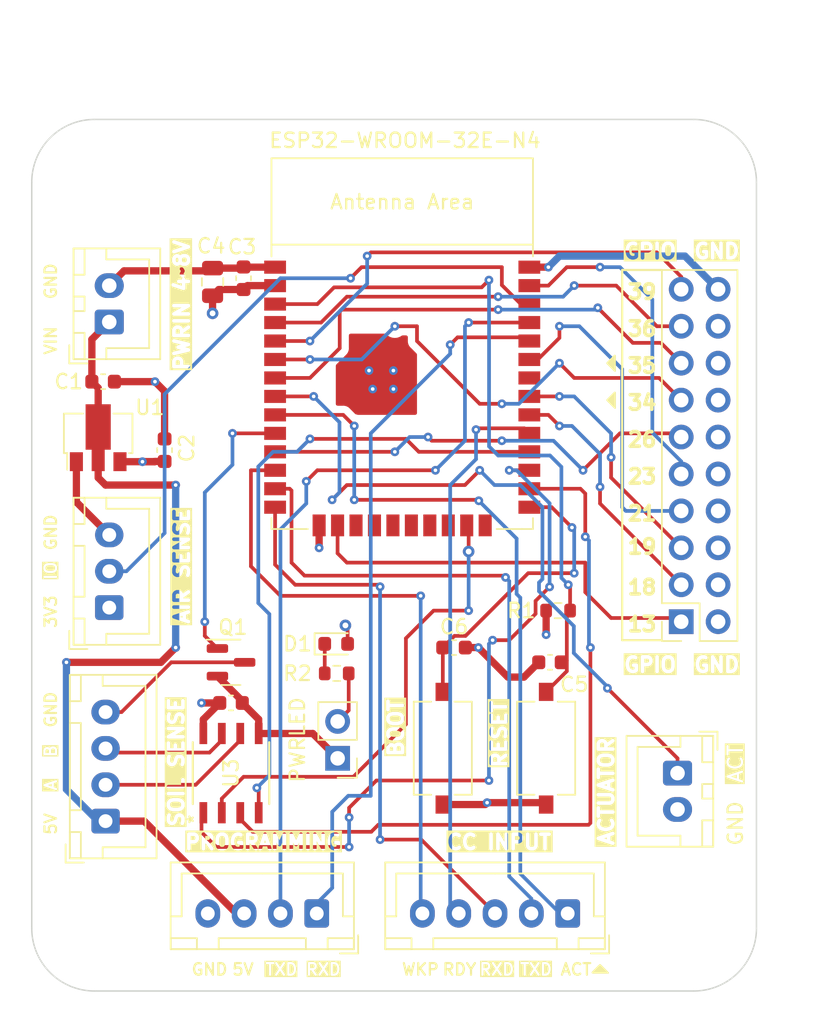
<source format=kicad_pcb>
(kicad_pcb (version 20221018) (generator pcbnew)
  (layers (0 "F.Cu" signal) (1 "In1.Cu" power "GND") (2 "In2.Cu" power "PWR") (31 "B.Cu" signal) (34 "B.Paste" user) (35 "F.Paste" user) (36 "B.SilkS" user "B.Silkscreen") (37 "F.SilkS" user "F.Silkscreen") (38 "B.Mask" user) (39 "F.Mask" user) (44 "Edge.Cuts" user))
  (net 0 "")
  (net 1 "+5V")
  (net 2 "+3.3V")
  (net 3 "GPIO18")
  (net 4 "GPIO19")
  (net 5 "GPIO21")
  (net 6 "GPIO23")
  (net 7 "GPIO26")
  (net 8 "GPIO13")
  (net 9 "ACT_IN")
  (net 10 "TX_CC")
  (net 11 "RX_CC")
  (net 12 "GPIO34")
  (net 13 "RDY")
  (net 14 "GPIO35")
  (net 15 "WKP")
  (net 16 "GPIO36")
  (net 17 "GPIO39")
  (net 18 "Net-(JST_XH_AIR1-Pin_2)")
  (net 19 "Net-(JST_XH_SOIL5V1-Pin_2)")
  (net 20 "Net-(JST_XH_SOIL5V1-Pin_3)")
  (net 21 "Net-(JST_XH_SOIL5V1-Pin_4)")
  (net 22 "Net-(J_PROG1-Pin_1)")
  (net 23 "Net-(J_PROG1-Pin_2)")
  (net 24 "SENSOR_EN")
  (net 25 "RS485_*RE")
  (net 26 "GND")
  (net 27 "RESET")
  (net 28 "Net-(JP1-B)")
  (net 29 "GPIO0{slash}BOOT")
  (net 30 "GPIO2_DONT_USE")
  (net 31 "Net-(D1-K)")
  (net 32 "Net-(U2-ADC2_CH0{slash}GPIO4)")
  (net 33 "Net-(U2-GPIO16)")
  (net 34 "Net-(U2-GPIO17)")
  (net 35 "Net-(J_ACT_OUT1-Pin_1)")
  (footprint "Button_Switch_SMD:SW_Tactile_SPST_NO_Straight_CK_PTS636Sx25SMTRLFS" (layer "F.Cu") (at 48.36 63.311 90)
    (fp_text reference "BOOT" hide)
    (fp_text value "SW_DIP_x01")
  )
  (footprint "Capacitor_SMD:C_0603_1608Metric" (layer "F.Cu") (at 49.135 56.388)
    (fp_text reference "C6")
    (fp_text value "0.1uF")
  )
  (footprint "Connector_JST:JST_XH_B2B-XH-A_1x02_P2.50mm_Vertical" (layer "F.Cu") (at 25.4 33.996 90)
    (fp_text reference "J_PWRIN1" hide)
    (fp_text value "Conn_01x02_Socket")
  )
  (footprint "Connector_JST:JST_XH_B4B-XH-A_1x04_P2.50mm_Vertical" (layer "F.Cu") (at 39.684 74.676 180)
    (fp_text reference "J_PROG1" hide)
    (fp_text value "Conn_01x04_Socket")
  )
  (footprint "Connector_JST:JST_XH_B3B-XH-A_1x03_P2.50mm_Vertical" (layer "F.Cu") (at 25.4 53.641 90)
    (fp_text reference "JST_XH_AIR1" hide)
    (fp_text value "Conn_01x03_Socket")
  )
  (footprint "Capacitor_SMD:C_0603_1608Metric" (layer "F.Cu") (at 33.782 60.198)
    (fp_text reference "C7_MAXDECOUP1" hide)
    (fp_text value "0.1uF")
  )
  (footprint "Package_TO_SOT_SMD:SOT-89-3" (layer "F.Cu") (at 24.638 41.656 90)
    (fp_text reference "U1")
    (fp_text value "HT7833")
  )
  (footprint "MountingHole:MountingHole_3.2mm_M3" (layer "F.Cu") (at 65.532 24.384)
    (fp_text reference "H4" hide)
    (fp_text value "MountingHole")
  )
  (footprint "Connector_JST:JST_XH_B4B-XH-A_1x04_P2.50mm_Vertical" (layer "F.Cu") (at 25.146 68.326 90)
    (fp_text reference "JST_XH_SOIL5V1" hide)
    (fp_text value "Conn_01x04_Socket")
  )
  (footprint "Resistor_SMD:R_0603_1608Metric" (layer "F.Cu") (at 41.057 58.166 180)
    (fp_text reference "R2")
    (fp_text value "4.7K")
  )
  (footprint "Capacitor_SMD:C_0805_2012Metric" (layer "F.Cu") (at 32.512 31.242 90)
    (fp_text reference "C4")
    (fp_text value "22uF")
  )
  (footprint "Capacitor_SMD:C_0603_1608Metric" (layer "F.Cu") (at 55.739 57.404 180)
    (fp_text reference "C5")
    (fp_text value "1uF")
  )
  (footprint "Button_Switch_SMD:SW_Tactile_SPST_NO_Straight_CK_PTS636Sx25SMTRLFS" (layer "F.Cu") (at 55.472 63.311 90)
    (fp_text reference "SW1" hide)
    (fp_text value "SW_DIP_x01")
  )
  (footprint "Connector_JST:JST_XH_B2B-XH-A_1x02_P2.50mm_Vertical" (layer "F.Cu") (at 64.516 65.024 -90)
    (fp_text reference "J_ACT_OUT1" hide)
    (fp_text value "Conn_01x02_Socket")
  )
  (footprint "Connector_PinHeader_2.54mm:PinHeader_1x02_P2.54mm_Vertical" (layer "F.Cu") (at 41.121 64.008 180)
    (fp_text reference "JP1" hide)
    (fp_text value "Jumper_LED_EN")
  )
  (footprint "Capacitor_SMD:C_0603_1608Metric" (layer "F.Cu") (at 24.979 38.1)
    (fp_text reference "C1")
    (fp_text value "1uF")
  )
  (footprint "Capacitor_SMD:C_0603_1608Metric" (layer "F.Cu") (at 29.21 42.812 90)
    (fp_text reference "C2")
    (fp_text value "2.2uF")
  )
  (footprint "Connector_PinSocket_2.54mm:PinSocket_2x10_P2.54mm_Vertical" (layer "F.Cu") (at 64.77 54.61 180)
    (fp_text reference "J1" hide)
    (fp_text value "Conn_02x10_Odd_Even")
  )
  (footprint "Package_TO_SOT_SMD:SOT-23" (layer "F.Cu") (at 33.782 57.404)
    (fp_text reference "Q1")
    (fp_text value "2N7002K")
  )
  (footprint "Capacitor_SMD:C_0603_1608Metric" (layer "F.Cu") (at 34.644 30.988 90)
    (fp_text reference "C3")
    (fp_text value "0.1uF")
  )
  (footprint "MountingHole:MountingHole_3.2mm_M3" (layer "F.Cu") (at 24.384 24.384)
    (fp_text reference "H3" hide)
    (fp_text value "MountingHole")
  )
  (footprint "MountingHole:MountingHole_3.2mm_M3" (layer "F.Cu") (at 65.632 75.692)
    (fp_text reference "H2" hide)
    (fp_text value "MountingHole")
  )
  (footprint "Connector_JST:JST_XH_B5B-XH-A_1x05_P2.50mm_Vertical" (layer "F.Cu") (at 56.956 74.676 180)
    (fp_text reference "JST_XH_CC1" hide)
    (fp_text value "Conn_01x05_Socket")
  )
  (footprint "PCM_Espressif:ESP32-WROOM-32E" (layer "F.Cu") (at 45.566 37.236)
    (fp_text reference "U2" hide)
    (fp_text value "ESP32-WROOM-E")
  )
  (footprint "MAX3483:21-0041B_8_MXM" (layer "F.Cu") (at 33.782 65.024 90)
    (fp_text reference "U3")
    (fp_text value "MAX3483AEASA+")
  )
  (footprint "MountingHole:MountingHole_3.2mm_M3" (layer "F.Cu") (at 24.384 75.692)
    (fp_text reference "H1" hide)
    (fp_text value "MountingHole")
  )
  (footprint "LED_SMD:LED_0603_1608Metric" (layer "F.Cu") (at 41.0195 56.134)
    (fp_text reference "D1")
    (fp_text value "LED")
  )
  (footprint "Resistor_SMD:R_0603_1608Metric" (layer "F.Cu") (at 56.297 53.848)
    (fp_text reference "R1")
    (fp_text value "10K")
  )
  (gr_poly (pts (xy 60.198 38.862) (xy 60.198 39.878) (xy 59.69 39.37)) (stroke (width 0.15)) (fill solid) (layer "F.SilkS"))
  (gr_line (start 60.706 55.88) (end 63.44 55.88) (stroke (width 0.15)) (layer "F.SilkS"))
  (gr_poly (pts (xy 59.69 78.74) (xy 58.674 78.74) (xy 59.182 78.232)) (stroke (width 0.15)) (fill solid) (layer "F.SilkS"))
  (gr_line (start 63.44 30.42) (end 60.706 30.42) (stroke (width 0.15)) (layer "F.SilkS"))
  (gr_line (start 60.706 30.42) (end 60.706 55.88) (stroke (width 0.15)) (layer "F.SilkS"))
  (gr_poly (pts (xy 60.198 36.322) (xy 60.198 37.338) (xy 59.69 36.83)) (stroke (width 0.15)) (fill solid) (layer "F.SilkS"))
  (gr_arc (start 65.632 20.066) (mid 68.685287 21.330713) (end 69.95 24.384) (stroke (width 0.1)) (layer "Edge.Cuts"))
  (gr_line (start 20.066 75.692) (end 20.066 24.384) (stroke (width 0.1)) (layer "Edge.Cuts"))
  (gr_arc (start 20.066 24.384) (mid 21.330713 21.330713) (end 24.384 20.066) (stroke (width 0.1)) (layer "Edge.Cuts"))
  (gr_arc (start 24.384 80.01) (mid 21.330713 78.745287) (end 20.066 75.692) (stroke (width 0.1)) (layer "Edge.Cuts"))
  (gr_line (start 65.632 20.066) (end 24.384 20.066) (stroke (width 0.1)) (layer "Edge.Cuts"))
  (gr_line (start 69.95 75.692) (end 69.95 24.384) (stroke (width 0.1)) (layer "Edge.Cuts"))
  (gr_line (start 24.384 80.01) (end 65.632 80.01) (stroke (width 0.1)) (layer "Edge.Cuts"))
  (gr_arc (start 69.95 75.692) (mid 68.685287 78.745287) (end 65.632 80.01) (stroke (width 0.1)) (layer "Edge.Cuts"))
  (gr_text "18" (at 60.96 52.832) (layer "F.SilkS") (effects (font (size 1 1) (thickness 0.25) bold) (justify left bottom)))
  (gr_text "RDY" (at 48.26 78.994) (layer "F.SilkS") (effects (font (size 0.8 0.8)) (justify left bottom)))
  (gr_text "GND" (at 21.844 49.784 90) (layer "F.SilkS") (effects (font (size 0.8 0.8)) (justify left bottom)))
  (gr_text "21" (at 60.96 47.752) (layer "F.SilkS") (effects (font (size 1 1) (thickness 0.25) bold) (justify left bottom)))
  (gr_text "5V" (at 21.844 69.342 90) (layer "F.SilkS") (effects (font (size 0.8 0.8)) (justify left bottom)))
  (gr_text "GND" (at 21.844 61.976 90) (layer "F.SilkS") (effects (font (size 0.8 0.8)) (justify left bottom)))
  (gr_text "GND" (at 30.988 78.994) (layer "F.SilkS") (effects (font (size 0.8 0.8)) (justify left bottom)))
  (gr_text "35" (at 60.96 37.592) (layer "F.SilkS") (effects (font (size 1 1) (thickness 0.25) bold) (justify left bottom)))
  (gr_text "VIN" (at 21.844 36.322 90) (layer "F.SilkS") (effects (font (size 0.8 0.8)) (justify left bottom)))
  (gr_text "ACT" (at 56.388 78.994) (layer "F.SilkS") (effects (font (size 0.8 0.8)) (justify left bottom)))
  (gr_text "PWRLED" (at 38.354 62.738 90) (layer "F.SilkS") (effects (font (size 1 1))))
  (gr_text "GPIO" (at 60.706 29.718) (layer "F.SilkS" knockout) (effects (font (size 1 1) (thickness 0.25) bold) (justify left bottom)))
  (gr_text "ESP32-WROOM-32E-N4" (at 36.322 22.098) (layer "F.SilkS") (effects (font (size 1 1)) (justify left bottom)))
  (gr_text "GND" (at 65.532 29.718) (layer "F.SilkS" knockout) (effects (font (size 1 1) (thickness 0.25) bold) (justify left bottom)))
  (gr_text "34" (at 60.96 40.132) (layer "F.SilkS") (effects (font (size 1 1) (thickness 0.25) bold) (justify left bottom)))
  (gr_text "3V3" (at 21.844 55.118 90) (layer "F.SilkS") (effects (font (size 0.8 0.8)) (justify left bottom)))
  (gr_text "19" (at 60.96 50.038) (layer "F.SilkS") (effects (font (size 1 1) (thickness 0.25) bold) (justify left bottom)))
  (gr_text "GND" (at 65.532 58.166) (layer "F.SilkS" knockout) (effects (font (size 1 1) (thickness 0.25) bold) (justify left bottom)))
  (gr_text "AIR SENSE" (at 30.988 54.864 90) (layer "F.SilkS" knockout) (effects (font (size 1 1) (thickness 0.25) bold) (justify left bottom)))
  (gr_text "B" (at 21.844 64.008 90) (layer "F.SilkS" knockout) (effects (font (size 0.8 0.8)) (justify left bottom)))
  (gr_text "BOOT" (at 45.72 64.008 90) (layer "F.SilkS" knockout) (effects (font (size 1 1) (thickness 0.25) bold) (justify left bottom)))
  (gr_text "CC INPUT" (at 48.514 70.358) (layer "F.SilkS" knockout) (effects (font (size 1 1) (thickness 0.25) bold) (justify left bottom)))
  (gr_text "TXD" (at 36.068 78.994) (layer "F.SilkS" knockout) (effects (font (size 0.8 0.8)) (justify left bottom)))
  (gr_text "IO" (at 21.844 51.816 90) (layer "F.SilkS" knockout) (effects (font (size 0.8 0.8)) (justify left bottom)))
  (gr_text "13" (at 60.96 55.372) (layer "F.SilkS") (effects (font (size 1 1) (thickness 0.25) bold) (justify left bottom)))
  (gr_text "26" (at 60.96 42.672) (layer "F.SilkS") (effects (font (size 1 1) (thickness 0.25) bold) (justify left bottom)))
  (gr_text "GND" (at 21.844 32.512 90) (layer "F.SilkS") (effects (font (size 0.8 0.8)) (justify left bottom)))
  (gr_text "TXD" (at 53.594 78.994) (layer "F.SilkS" knockout) (effects (font (size 0.8 0.8)) (justify left bottom)))
  (gr_text "PROGRAMMING" (at 30.48 70.358) (layer "F.SilkS" knockout) (effects (font (size 1 1) (thickness 0.25) bold) (justify left bottom)))
  (gr_text "ACT" (at 69.088 65.786 90) (layer "F.SilkS" knockout) (effects (font (size 1 1)) (justify left bottom)))
  (gr_text "PWRIN 4~8V" (at 30.988 37.465 90) (layer "F.SilkS" knockout) (effects (font (size 1 1) (thickness 0.25) bold) (justify left bottom)))
  (gr_text "RXD" (at 50.8 78.994) (layer "F.SilkS" knockout) (effects (font (size 0.8 0.8)) (justify left bottom)))
  (gr_text "A" (at 21.844 66.294 90) (layer "F.SilkS" knockout) (effects (font (size 0.8 0.8)) (justify left bottom)))
  (gr_text "ACTUATOR" (at 60.198 70.104 90) (layer "F.SilkS" knockout) (effects (font (size 1 1) (thickness 0.25) bold) (justify left bottom)))
  (gr_text "36" (at 60.96 35.052) (layer "F.SilkS") (effects (font (size 1 1) (thickness 0.25) bold) (justify left bottom)))
  (gr_text "39	" (at 60.96 32.512) (layer "F.SilkS") (effects (font (size 1 1) (thickness 0.25) bold) (justify left bottom)))
  (gr_text "RXD" (at 38.862 78.994) (layer "F.SilkS" knockout) (effects (font (size 0.8 0.8)) (justify left bottom)))
  (gr_text "GPIO" (at 60.706 58.166) (layer "F.SilkS" knockout) (effects (font (size 1 1) (thickness 0.25) bold) (justify left bottom)))
  (gr_text "WKP" (at 45.466 78.994) (layer "F.SilkS") (effects (font (size 0.8 0.8)) (justify left bottom)))
  (gr_text "SOIL SENSE" (at 30.607 68.834 90) (layer "F.SilkS" knockout) (effects (font (size 1 1) (thickness 0.25) bold) (justify left bottom)))
  (gr_text "GND" (at 69.088 70.104 90) (layer "F.SilkS") (effects (font (size 1 1)) (justify left bottom)))
  (gr_text "23" (at 60.96 45.212) (layer "F.SilkS") (effects (font (size 1 1) (thickness 0.25) bold) (justify left bottom)))
  (gr_text "5V" (at 33.782 78.994) (layer "F.SilkS") (effects (font (size 0.8 0.8)) (justify left bottom)))
  (gr_text "RESET" (at 52.832 64.77 90) (layer "F.SilkS" knockout) (effects (font (size 1 1) (thickness 0.25) bold) (justify left bottom)))
  (segment (start 24.204 38.1) (end 24.638 38.534) (width 0.5) (layer "F.Cu") (net 1))
  (segment (start 24.204 35.192) (end 25.4 33.996) (width 0.5) (layer "F.Cu") (net 1))
  (segment (start 24.638 38.534) (end 24.638 44.704) (width 0.5) (layer "F.Cu") (net 1))
  (segment (start 27.809 68.326) (end 34.159 74.676) (width 0.5) (layer "F.Cu") (net 1))
  (segment (start 24.638 44.704) (end 25.146 45.212) (width 0.5) (layer "F.Cu") (net 1))
  (segment (start 25.146 45.212) (end 29.972 45.212) (width 0.5) (layer "F.Cu") (net 1))
  (segment (start 24.204 38.1) (end 24.204 35.192) (width 0.5) (layer "F.Cu") (net 1))
  (segment (start 25.146 68.326) (end 27.809 68.326) (width 0.5) (layer "F.Cu") (net 1))
  (segment (start 22.452 57.404) (end 28.956 57.404) (width 0.5) (layer "F.Cu") (net 1))
  (segment (start 28.956 57.404) (end 29.972 56.388) (width 0.5) (layer "F.Cu") (net 1))
  (via (at 22.452 57.404) (size 0.6) (drill 0.25) (layers "F.Cu" "B.Cu") (net 1))
  (via (at 29.972 56.388) (size 0.6) (drill 0.25) (layers "F.Cu" "B.Cu") (net 1))
  (via (at 29.972 45.212) (size 0.6) (drill 0.25) (layers "F.Cu" "B.Cu") (net 1))
  (segment (start 24.638 68.326) (end 22.452 66.14) (width 0.5) (layer "B.Cu") (net 1))
  (segment (start 29.972 56.388) (end 29.972 45.212) (width 0.5) (layer "B.Cu") (net 1))
  (segment (start 22.452 66.14) (end 22.452 57.404) (width 0.5) (layer "B.Cu") (net 1))
  (segment (start 26.138 43.606) (end 28.529 43.606) (width 0.5) (layer "F.Cu") (net 2))
  (segment (start 29.21 43.587) (end 28.548 43.587) (width 0.5) (layer "F.Cu") (net 2))
  (segment (start 32.512 32.192) (end 32.512 33.401) (width 0.5) (layer "F.Cu") (net 2))
  (segment (start 41.807 55.015) (end 41.656 54.864) (width 0.254) (layer "F.Cu") (net 2))
  (segment (start 41.807 56.134) (end 41.807 55.015) (width 0.254) (layer "F.Cu") (net 2))
  (segment (start 28.548 43.587) (end 28.529 43.606) (width 0.5) (layer "F.Cu") (net 2))
  (segment (start 31.877 62.29985) (end 31.877 61.328) (width 0.5) (layer "F.Cu") (net 2))
  (segment (start 34.911 31.496) (end 36.816 31.496) (width 0.5) (layer "F.Cu") (net 2))
  (segment (start 31.75 60.198) (end 33.007 60.198) (width 0.5) (layer "F.Cu") (net 2))
  (segment (start 31.877 61.328) (end 33.007 60.198) (width 0.5) (layer "F.Cu") (net 2))
  (segment (start 32.941 31.763) (end 32.512 32.192) (width 0.5) (layer "F.Cu") (net 2))
  (segment (start 34.644 31.763) (end 34.911 31.496) (width 0.5) (layer "F.Cu") (net 2))
  (segment (start 55.472 53.848) (end 55.472 55.499) (width 0.5) (layer "F.Cu") (net 2))
  (segment (start 34.644 31.763) (end 32.941 31.763) (width 0.5) (layer "F.Cu") (net 2))
  (segment (start 27.686 43.606) (end 28.529 43.606) (width 0.5) (layer "F.Cu") (net 2))
  (via (at 27.686 43.606) (size 0.6) (drill 0.25) (layers "F.Cu" "B.Cu") (net 2))
  (via (at 31.75 60.198) (size 0.6) (drill 0.25) (layers "F.Cu" "B.Cu") (net 2))
  (via (at 55.472 55.499) (size 0.6) (drill 0.25) (layers "F.Cu" "B.Cu") (net 2))
  (via (at 32.512 33.401) (size 0.8) (drill 0.4) (layers "F.Cu" "B.Cu") (net 2))
  (via (at 41.656 54.864) (size 0.8) (drill 0.4) (layers "F.Cu" "B.Cu") (net 2))
  (segment (start 59.182 46.482) (end 64.516 51.816) (width 0.254) (layer "F.Cu") (net 3))
  (segment (start 55.626 40.386) (end 54.316 40.386) (width 0.254) (layer "F.Cu") (net 3))
  (segment (start 56.388 41.148) (end 55.626 40.386) (width 0.254) (layer "F.Cu") (net 3))
  (segment (start 59.182 45.339) (end 59.182 46.482) (width 0.254) (layer "F.Cu") (net 3))
  (via (at 56.388 41.148) (size 0.6) (drill 0.25) (layers "F.Cu" "B.Cu") (net 3))
  (via (at 59.182 45.339) (size 0.6) (drill 0.25) (layers "F.Cu" "B.Cu") (net 3))
  (segment (start 57.25 41.148) (end 56.388 41.148) (width 0.254) (layer "B.Cu") (net 3))
  (segment (start 59.182 45.339) (end 59.182 43.08) (width 0.254) (layer "B.Cu") (net 3))
  (segment (start 59.182 43.08) (end 57.25 41.148) (width 0.254) (layer "B.Cu") (net 3))
  (segment (start 59.944 43.307) (end 59.944 44.704) (width 0.254) (layer "F.Cu") (net 4))
  (segment (start 59.944 44.704) (end 64.77 49.53) (width 0.254) (layer "F.Cu") (net 4))
  (segment (start 56.388 39.116) (end 54.316 39.116) (width 0.254) (layer "F.Cu") (net 4))
  (via (at 56.388 39.116) (size 0.6) (drill 0.25) (layers "F.Cu" "B.Cu") (net 4))
  (via (at 59.944 43.307) (size 0.6) (drill 0.25) (layers "F.Cu" "B.Cu") (net 4))
  (segment (start 59.944 43.307) (end 59.944 41.656) (width 0.254) (layer "B.Cu") (net 4))
  (segment (start 59.944 41.656) (end 57.404 39.116) (width 0.254) (layer "B.Cu") (net 4))
  (segment (start 57.404 39.116) (end 56.388 39.116) (width 0.254) (layer "B.Cu") (net 4))
  (segment (start 56.388 35.088) (end 54.9 36.576) (width 0.254) (layer "F.Cu") (net 5))
  (segment (start 56.388 34.29) (end 56.388 35.088) (width 0.254) (layer "F.Cu") (net 5))
  (via (at 56.388 34.29) (size 0.6) (drill 0.25) (layers "F.Cu" "B.Cu") (net 5))
  (segment (start 60.706 46.736) (end 60.96 46.99) (width 0.254) (layer "B.Cu") (net 5))
  (segment (start 60.706 37.238) (end 60.706 46.736) (width 0.254) (layer "B.Cu") (net 5))
  (segment (start 56.388 34.29) (end 57.758 34.29) (width 0.254) (layer "B.Cu") (net 5))
  (segment (start 57.758 34.29) (end 60.706 37.238) (width 0.254) (layer "B.Cu") (net 5))
  (segment (start 60.96 46.99) (end 64.77 46.99) (width 0.254) (layer "B.Cu") (net 5))
  (segment (start 56.896 30.226) (end 55.626 31.496) (width 0.254) (layer "F.Cu") (net 6))
  (segment (start 55.626 31.496) (end 54.316 31.496) (width 0.254) (layer "F.Cu") (net 6))
  (segment (start 59.182 30.226) (end 56.896 30.226) (width 0.254) (layer "F.Cu") (net 6))
  (via (at 59.182 30.226) (size 0.6) (drill 0.25) (layers "F.Cu" "B.Cu") (net 6))
  (segment (start 62.784 41.602) (end 64.77 43.588) (width 0.254) (layer "B.Cu") (net 6))
  (segment (start 62.784 32.458) (end 62.784 41.602) (width 0.254) (layer "B.Cu") (net 6))
  (segment (start 64.77 43.588) (end 64.77 44.45) (width 0.254) (layer "B.Cu") (net 6))
  (segment (start 59.182 30.226) (end 60.552 30.226) (width 0.254) (layer "B.Cu") (net 6))
  (segment (start 60.552 30.226) (end 62.784 32.458) (width 0.254) (layer "B.Cu") (net 6))
  (segment (start 58.012 44.196) (end 60.552 41.656) (width 0.254) (layer "F.Cu") (net 7))
  (segment (start 52.424 42.164) (end 47.598 42.164) (width 0.254) (layer "F.Cu") (net 7))
  (segment (start 47.598 42.164) (end 47.344 41.91) (width 0.254) (layer "F.Cu") (net 7))
  (segment (start 45.058 42.926) (end 36.816 42.926) (width 0.254) (layer "F.Cu") (net 7))
  (segment (start 60.552 41.656) (end 64.516 41.656) (width 0.254) (layer "F.Cu") (net 7))
  (via (at 45.058 42.926) (size 0.6) (drill 0.25) (layers "F.Cu" "B.Cu") (net 7))
  (via (at 52.424 42.164) (size 0.6) (drill 0.25) (layers "F.Cu" "B.Cu") (net 7))
  (via (at 58.012 44.196) (size 0.6) (drill 0.25) (layers "F.Cu" "B.Cu") (net 7))
  (via (at 47.344 41.91) (size 0.6) (drill 0.25) (layers "F.Cu" "B.Cu") (net 7))
  (segment (start 47.344 41.91) (end 46.074 41.91) (width 0.254) (layer "B.Cu") (net 7))
  (segment (start 58.012 44.196) (end 55.98 42.164) (width 0.254) (layer "B.Cu") (net 7))
  (segment (start 55.98 42.164) (end 52.424 42.164) (width 0.254) (layer "B.Cu") (net 7))
  (segment (start 46.074 41.91) (end 45.058 42.926) (width 0.254) (layer "B.Cu") (net 7))
  (segment (start 58.166 50.546) (end 58.166 52.578) (width 0.254) (layer "F.Cu") (net 8))
  (segment (start 59.944 54.356) (end 64.516 54.356) (width 0.254) (layer "F.Cu") (net 8))
  (segment (start 41.116 49.906) (end 41.756 50.546) (width 0.254) (layer "F.Cu") (net 8))
  (segment (start 58.166 52.578) (end 59.944 54.356) (width 0.254) (layer "F.Cu") (net 8))
  (segment (start 41.756 50.546) (end 58.166 50.546) (width 0.254) (layer "F.Cu") (net 8))
  (segment (start 41.116 47.986) (end 41.116 49.906) (width 0.254) (layer "F.Cu") (net 8))
  (segment (start 41.502 40.386) (end 36.816 40.386) (width 0.254) (layer "F.Cu") (net 9))
  (segment (start 42.264 41.148) (end 41.502 40.386) (width 0.254) (layer "F.Cu") (net 9))
  (segment (start 50.773 46.228) (end 50.8365 46.2915) (width 0.254) (layer "F.Cu") (net 9))
  (segment (start 42.264 46.228) (end 50.773 46.228) (width 0.254) (layer "F.Cu") (net 9))
  (via (at 42.264 46.228) (size 0.6) (drill 0.25) (layers "F.Cu" "B.Cu") (net 9))
  (via (at 50.8365 46.2915) (size 0.6) (drill 0.25) (layers "F.Cu" "B.Cu") (net 9))
  (via (at 42.264 41.148) (size 0.6) (drill 0.25) (layers "F.Cu" "B.Cu") (net 9))
  (segment (start 53.44 48.895) (end 53.44 52.702712) (width 0.254) (layer "B.Cu") (net 9))
  (segment (start 50.8365 46.2915) (end 53.44 48.895) (width 0.254) (layer "B.Cu") (net 9))
  (segment (start 53.694 52.956712) (end 53.694 71.939) (width 0.254) (layer "B.Cu") (net 9))
  (segment (start 42.264 46.228) (end 42.264 41.148) (width 0.254) (layer "B.Cu") (net 9))
  (segment (start 53.694 71.939) (end 56.431 74.676) (width 0.254) (layer "B.Cu") (net 9))
  (segment (start 53.44 52.702712) (end 53.694 52.956712) (width 0.254) (layer "B.Cu") (net 9))
  (segment (start 38.843 51.443) (end 37.946 50.546) (width 0.254) (layer "F.Cu") (net 10))
  (segment (start 37.946 45.592) (end 37.82 45.466) (width 0.254) (layer "F.Cu") (net 10))
  (segment (start 52.559 51.443) (end 38.843 51.443) (width 0.254) (layer "F.Cu") (net 10))
  (segment (start 37.82 45.466) (end 36.816 45.466) (width 0.254) (layer "F.Cu") (net 10))
  (segment (start 52.678 51.562) (end 52.559 51.443) (width 0.254) (layer "F.Cu") (net 10))
  (segment (start 37.946 50.546) (end 37.946 45.592) (width 0.254) (layer "F.Cu") (net 10))
  (via (at 52.678 51.562) (size 0.6) (drill 0.25) (layers "F.Cu" "B.Cu") (net 10))
  (segment (start 52.678 51.562) (end 52.932 51.816) (width 0.254) (layer "B.Cu") (net 10))
  (segment (start 52.932 72.136) (end 54.456 73.66) (width 0.254) (layer "B.Cu") (net 10))
  (segment (start 54.456 73.66) (end 54.456 74.676) (width 0.254) (layer "B.Cu") (net 10))
  (segment (start 52.932 51.816) (end 52.932 72.136) (width 0.254) (layer "B.Cu") (net 10))
  (segment (start 43.9065 52.07) (end 38.2 52.07) (width 0.254) (layer "F.Cu") (net 11))
  (segment (start 46.876 69.596) (end 44.042 69.596) (width 0.254) (layer "F.Cu") (net 11))
  (segment (start 44.042 52.2055) (end 43.9065 52.07) (width 0.254) (layer "F.Cu") (net 11))
  (segment (start 51.956 74.676) (end 46.876 69.596) (width 0.254) (layer "F.Cu") (net 11))
  (segment (start 36.816 50.686) (end 36.816 46.736) (width 0.254) (layer "F.Cu") (net 11))
  (segment (start 38.2 52.07) (end 36.816 50.686) (width 0.254) (layer "F.Cu") (net 11))
  (via (at 44.042 52.2055) (size 0.6) (drill 0.25) (layers "F.Cu" "B.Cu") (net 11))
  (via (at 44.042 69.596) (size 0.6) (drill 0.25) (layers "F.Cu" "B.Cu") (net 11))
  (segment (start 44.042 69.596) (end 44.042 52.2055) (width 0.254) (layer "B.Cu") (net 11))
  (segment (start 46.582 34.29) (end 46.582 35.306) (width 0.254) (layer "F.Cu") (net 12))
  (segment (start 46.582 35.306) (end 50.9 39.624) (width 0.254) (layer "F.Cu") (net 12))
  (segment (start 57.404 37.846) (end 63.246 37.846) (width 0.254) (layer "F.Cu") (net 12))
  (segment (start 39.216 36.576) (end 36.816 36.576) (width 0.254) (layer "F.Cu") (net 12))
  (segment (start 56.388 36.83) (end 57.404 37.846) (width 0.254) (layer "F.Cu") (net 12))
  (segment (start 45.058 34.29) (end 46.582 34.29) (width 0.254) (layer "F.Cu") (net 12))
  (segment (start 63.246 37.846) (end 64.77 39.37) (width 0.254) (layer "F.Cu") (net 12))
  (segment (start 50.9 39.624) (end 52.424 39.624) (width 0.254) (layer "F.Cu") (net 12))
  (via (at 52.424 39.624) (size 0.6) (drill 0.25) (layers "F.Cu" "B.Cu") (net 12))
  (via (at 56.388 36.83) (size 0.6) (drill 0.25) (layers "F.Cu" "B.Cu") (net 12))
  (via (at 39.216 36.576) (size 0.6) (drill 0.25) (layers "F.Cu" "B.Cu") (net 12))
  (via (at 45.058 34.29) (size 0.6) (drill 0.25) (layers "F.Cu" "B.Cu") (net 12))
  (segment (start 53.594 39.624) (end 52.424 39.624) (width 0.254) (layer "B.Cu") (net 12))
  (segment (start 45.058 34.29) (end 42.772 36.576) (width 0.254) (layer "B.Cu") (net 12))
  (segment (start 56.388 36.83) (end 53.594 39.624) (width 0.254) (layer "B.Cu") (net 12))
  (segment (start 42.772 36.576) (end 39.216 36.576) (width 0.254) (layer "B.Cu") (net 12))
  (segment (start 50.738 41.31) (end 53.97 41.31) (width 0.254) (layer "F.Cu") (net 13))
  (segment (start 53.97 41.31) (end 54.316 41.656) (width 0.254) (layer "F.Cu") (net 13))
  (segment (start 50.646 41.402) (end 50.738 41.31) (width 0.254) (layer "F.Cu") (net 13))
  (via (at 50.646 41.402) (size 0.6) (drill 0.25) (layers "F.Cu" "B.Cu") (net 13))
  (segment (start 48.868 45.212) (end 48.868 74.088) (width 0.254) (layer "B.Cu") (net 13))
  (segment (start 50.646 43.434) (end 48.868 45.212) (width 0.254) (layer "B.Cu") (net 13))
  (segment (start 50.646 41.402) (end 50.646 43.434) (width 0.254) (layer "B.Cu") (net 13))
  (segment (start 48.868 74.088) (end 49.456 74.676) (width 0.254) (layer "B.Cu") (net 13))
  (segment (start 41.263408 33.289408) (end 41.263408 35.798592) (width 0.254) (layer "F.Cu") (net 14))
  (segment (start 61.441 35.433) (end 63.373 35.433) (width 0.254) (layer "F.Cu") (net 14))
  (segment (start 39.216 37.846) (end 36.816 37.846) (width 0.254) (layer "F.Cu") (net 14))
  (segment (start 59.028 33.02) (end 61.441 35.433) (width 0.254) (layer "F.Cu") (net 14))
  (segment (start 41.263408 35.798592) (end 39.216 37.846) (width 0.254) (layer "F.Cu") (net 14))
  (segment (start 52.17 33.147) (end 41.405816 33.147) (width 0.254) (layer "F.Cu") (net 14))
  (segment (start 41.405816 33.147) (end 41.263408 33.289408) (width 0.254) (layer "F.Cu") (net 14))
  (segment (start 63.373 35.433) (end 64.77 36.83) (width 0.254) (layer "F.Cu") (net 14))
  (via (at 59.028 33.02) (size 0.6) (drill 0.25) (layers "F.Cu" "B.Cu") (net 14))
  (via (at 52.17 33.147) (size 0.6) (drill 0.25) (layers "F.Cu" "B.Cu") (net 14))
  (segment (start 58.901 33.147) (end 59.028 33.02) (width 0.254) (layer "B.Cu") (net 14))
  (segment (start 52.17 33.147) (end 58.901 33.147) (width 0.254) (layer "B.Cu") (net 14))
  (segment (start 35.152 50.8) (end 35.152 44.196) (width 0.254) (layer "F.Cu") (net 15))
  (segment (start 46.836 52.832) (end 37.184 52.832) (width 0.254) (layer "F.Cu") (net 15))
  (segment (start 37.184 52.832) (end 35.152 50.8) (width 0.254) (layer "F.Cu") (net 15))
  (segment (start 35.152 44.196) (end 36.816 44.196) (width 0.254) (layer "F.Cu") (net 15))
  (via (at 46.836 52.832) (size 0.6) (drill 0.25) (layers "F.Cu" "B.Cu") (net 15))
  (segment (start 46.836 74.556) (end 46.836 52.832) (width 0.254) (layer "B.Cu") (net 15))
  (segment (start 52.17 32.258) (end 41.756 32.258) (width 0.254) (layer "F.Cu") (net 16))
  (segment (start 63.092 34.29) (end 64.77 34.29) (width 0.254) (layer "F.Cu") (net 16))
  (segment (start 41.756 32.258) (end 39.978 34.036) (width 0.254) (layer "F.Cu") (net 16))
  (segment (start 57.404 31.496) (end 60.298 31.496) (width 0.254) (layer "F.Cu") (net 16))
  (segment (start 39.978 34.036) (end 36.816 34.036) (width 0.254) (layer "F.Cu") (net 16))
  (segment (start 60.298 31.496) (end 63.092 34.29) (width 0.254) (layer "F.Cu") (net 16))
  (via (at 57.404 31.496) (size 0.6) (drill 0.25) (layers "F.Cu" "B.Cu") (net 16))
  (via (at 52.17 32.258) (size 0.6) (drill 0.25) (layers "F.Cu" "B.Cu") (net 16))
  (segment (start 57.404 31.496) (end 56.642 32.258) (width 0.254) (layer "B.Cu") (net 16))
  (segment (start 56.642 32.258) (end 52.17 32.258) (width 0.254) (layer "B.Cu") (net 16))
  (segment (start 63.092 29.21) (end 43.407 29.21) (width 0.254) (layer "F.Cu") (net 17))
  (segment (start 43.407 29.21) (end 43.153 29.464) (width 0.254) (layer "F.Cu") (net 17))
  (segment (start 39.216 35.306) (end 36.816 35.306) (width 0.254) (layer "F.Cu") (net 17))
  (segment (start 64.77 31.75) (end 64.77 30.888) (width 0.254) (layer "F.Cu") (net 17))
  (segment (start 64.77 30.888) (end 63.092 29.21) (width 0.254) (layer "F.Cu") (net 17))
  (via (at 39.216 35.306) (size 0.6) (drill 0.25) (layers "F.Cu" "B.Cu") (net 17))
  (via (at 43.153 29.464) (size 0.6) (drill 0.25) (layers "F.Cu" "B.Cu") (net 17))
  (segment (start 39.216 35.306) (end 43.153 31.369) (width 0.254) (layer "B.Cu") (net 17))
  (segment (start 43.153 31.369) (end 43.153 29.464) (width 0.254) (layer "B.Cu") (net 17))
  (segment (start 52.424 31.458) (end 52.424 30.226) (width 0.254) (layer "F.Cu") (net 18))
  (segment (start 52.424 30.226) (end 42.772 30.226) (width 0.254) (layer "F.Cu") (net 18))
  (segment (start 53.732 32.766) (end 52.424 31.458) (width 0.254) (layer "F.Cu") (net 18))
  (segment (start 42.772 30.226) (end 42.01 30.988) (width 0.254) (layer "F.Cu") (net 18))
  (via (at 42.01 30.988) (size 0.6) (drill 0.25) (layers "F.Cu" "B.Cu") (net 18))
  (segment (start 29.21 38.962) (end 37.184 30.988) (width 0.254) (layer "B.Cu") (net 18))
  (segment (start 26.583 51.141) (end 29.21 48.514) (width 0.254) (layer "B.Cu") (net 18))
  (segment (start 37.184 30.988) (end 42.01 30.988) (width 0.254) (layer "B.Cu") (net 18))
  (segment (start 25.4 51.141) (end 26.583 51.141) (width 0.254) (layer "B.Cu") (net 18))
  (segment (start 29.21 48.514) (end 29.21 38.962) (width 0.254) (layer "B.Cu") (net 18))
  (segment (start 25.146 65.826) (end 31.3544 65.826) (width 0.254) (layer "F.Cu") (net 19))
  (segment (start 31.3544 65.826) (end 34.417 62.7634) (width 0.254) (layer "F.Cu") (net 19))
  (segment (start 25.4311 63.6111) (end 32.2993 63.6111) (width 0.254) (layer "F.Cu") (net 20))
  (segment (start 32.2993 63.6111) (end 33.147 62.7634) (width 0.254) (layer "F.Cu") (net 20))
  (segment (start 26.246764 60.826) (end 25.146 60.826) (width 0.254) (layer "F.Cu") (net 21))
  (segment (start 29.668764 57.404) (end 26.246764 60.826) (width 0.254) (layer "F.Cu") (net 21))
  (segment (start 34.7195 57.404) (end 29.668764 57.404) (width 0.254) (layer "F.Cu") (net 21))
  (segment (start 49.376 35.052) (end 54.062 35.052) (width 0.254) (layer "F.Cu") (net 22))
  (segment (start 48.868 35.56) (end 49.376 35.052) (width 0.254) (layer "F.Cu") (net 22))
  (via (at 48.868 35.56) (size 0.6) (drill 0.25) (layers "F.Cu" "B.Cu") (net 22))
  (segment (start 40.748 67.685288) (end 40.748 72.917) (width 0.254) (layer "B.Cu") (net 22))
  (segment (start 48.868 36.188933) (end 43.399 41.657933) (width 0.254) (layer "B.Cu") (net 22))
  (segment (start 43.399 41.657933) (end 43.399 66.583) (width 0.254) (layer "B.Cu") (net 22))
  (segment (start 48.868 35.56) (end 48.868 36.188933) (width 0.254) (layer "B.Cu") (net 22))
  (segment (start 43.399 66.583) (end 41.850288 66.583) (width 0.254) (layer "B.Cu") (net 22))
  (segment (start 40.748 72.917) (end 39.684 73.981) (width 0.254) (layer "B.Cu") (net 22))
  (segment (start 41.850288 66.583) (end 40.748 67.685288) (width 0.254) (layer "B.Cu") (net 22))
  (segment (start 38.962 44.958) (end 39.724 44.196) (width 0.254) (layer "F.Cu") (net 23))
  (segment (start 54.316 34.036) (end 50.138 34.036) (width 0.254) (layer "F.Cu") (net 23))
  (segment (start 39.724 44.196) (end 47.852 44.196) (width 0.254) (layer "F.Cu") (net 23))
  (via (at 47.852 44.196) (size 0.6) (drill 0.25) (layers "F.Cu" "B.Cu") (net 23))
  (via (at 50.138 34.036) (size 0.6) (drill 0.25) (layers "F.Cu" "B.Cu") (net 23))
  (via (at 38.962 44.958) (size 0.6) (drill 0.25) (layers "F.Cu" "B.Cu") (net 23))
  (segment (start 37.184 48.26) (end 37.184 74.676) (width 0.254) (layer "B.Cu") (net 23))
  (segment (start 50.138 34.036) (end 49.884 34.29) (width 0.254) (layer "B.Cu") (net 23))
  (segment (start 49.884 34.29) (end 49.884 42.164) (width 0.254) (layer "B.Cu") (net 23))
  (segment (start 38.962 46.482) (end 37.184 48.26) (width 0.254) (layer "B.Cu") (net 23))
  (segment (start 38.962 44.958) (end 38.962 46.482) (width 0.254) (layer "B.Cu") (net 23))
  (segment (start 49.884 42.164) (end 47.852 44.196) (width 0.254) (layer "B.Cu") (net 23))
  (segment (start 32.8445 56.454) (end 31.977 55.5865) (width 0.254) (layer "F.Cu") (net 24))
  (segment (start 31.977 55.5865) (end 31.977 54.61) (width 0.254) (layer "F.Cu") (net 24))
  (segment (start 33.882 41.656) (end 36.816 41.656) (width 0.254) (layer "F.Cu") (net 24))
  (via (at 31.977 54.61) (size 0.6) (drill 0.25) (layers "F.Cu" "B.Cu") (net 24))
  (via (at 33.882 41.656) (size 0.6) (drill 0.25) (layers "F.Cu" "B.Cu") (net 24))
  (segment (start 33.882 41.656) (end 33.882 43.815) (width 0.254) (layer "B.Cu") (net 24))
  (segment (start 33.882 43.815) (end 31.977 45.72) (width 0.254) (layer "B.Cu") (net 24))
  (segment (start 31.977 45.72) (end 31.977 54.61) (width 0.254) (layer "B.Cu") (net 24))
  (segment (start 33.147 67.74815) (end 33.147 66.7766) (width 0.254) (layer "F.Cu") (net 25))
  (segment (start 50.138 49.784) (end 50.138 48.118) (width 0.254) (layer "F.Cu") (net 25))
  (segment (start 45.82 55.753) (end 45.82 61.663) (width 0.254) (layer "F.Cu") (net 25))
  (segment (start 47.725 53.848) (end 45.82 55.753) (width 0.254) (layer "F.Cu") (net 25))
  (segment (start 50.138 53.848) (end 47.725 53.848) (width 0.254) (layer "F.Cu") (net 25))
  (segment (start 42.205 65.278) (end 34.6456 65.278) (width 0.254) (layer "F.Cu") (net 25))
  (segment (start 33.147 66.7766) (end 34.6456 65.278) (width 0.254) (layer "F.Cu") (net 25))
  (segment (start 45.82 61.663) (end 42.205 65.278) (width 0.254) (layer "F.Cu") (net 25))
  (via (at 50.138 49.784) (size 0.8) (drill 0.4) (layers "F.Cu" "B.Cu") (net 25))
  (via (at 50.138 53.848) (size 0.6) (drill 0.25) (layers "F.Cu" "B.Cu") (net 25))
  (segment (start 50.138 53.848) (end 50.138 49.784) (width 0.254) (layer "B.Cu") (net 25))
  (segment (start 23.138 46.379) (end 25.4 48.641) (width 0.5) (layer "F.Cu") (net 26))
  (segment (start 36.816 30.226) (end 34.657 30.226) (width 0.5) (layer "F.Cu") (net 26))
  (segment (start 53.948 58.42) (end 54.964 57.404) (width 0.5) (layer "F.Cu") (net 26))
  (segment (start 34.565 30.292) (end 34.644 30.213) (width 0.5) (layer "F.Cu") (net 26))
  (segment (start 34.657 30.226) (end 34.644 30.213) (width 0.5) (layer "F.Cu") (net 26))
  (segment (start 34.557 60.0665) (end 32.8445 58.354) (width 0.5) (layer "F.Cu") (net 26))
  (segment (start 51.408 67.056) (end 55.342 67.056) (width 0.5) (layer "F.Cu") (net 26))
  (segment (start 35.687 61.328) (end 35.687 62.29985) (width 0.5) (layer "F.Cu") (net 26))
  (segment (start 25.4 31.496) (end 26.416 30.48) (width 0.5) (layer "F.Cu") (net 26))
  (segment (start 29.21 38.762) (end 28.548 38.1) (width 0.5) (layer "F.Cu") (net 26))
  (segment (start 54.316 30.226) (end 55.626 30.226) (width 0.5) (layer "F.Cu") (net 26))
  (segment (start 50.8085 56.388) (end 52.8405 58.42) (width 0.5) (layer "F.Cu") (net 26))
  (segment (start 39.41285 62.29985) (end 41.121 64.008) (width 0.5) (layer "F.Cu") (net 26))
  (segment (start 39.846 49.53) (end 39.846 47.986) (width 0.5) (layer "F.Cu") (net 26))
  (segment (start 35.687 62.29985) (end 39.41285 62.29985) (width 0.5) (layer "F.Cu") (net 26))
  (segment (start 48.36 67.186) (end 51.278 67.186) (width 0.5) (layer "F.Cu") (net 26))
  (segment (start 51.278 67.186) (end 51.408 67.056) (width 0.5) (layer "F.Cu") (net 26))
  (segment (start 52.8405 58.42) (end 53.948 58.42) (width 0.5) (layer "F.Cu") (net 26))
  (segment (start 29.21 42.037) (end 29.21 38.762) (width 0.5) (layer "F.Cu") (net 26))
  (segment (start 25.754 38.1) (end 28.548 38.1) (width 0.5) (layer "F.Cu") (net 26))
  (segment (start 50.8085 56.388) (end 49.91 56.388) (width 0.5) (layer "F.Cu") (net 26))
  (segment (start 23.138 43.606) (end 23.138 46.379) (width 0.5) (layer "F.Cu") (net 26))
  (segment (start 34.557 60.198) (end 35.687 61.328) (width 0.5) (layer "F.Cu") (net 26))
  (segment (start 26.416 30.48) (end 32.324 30.48) (width 0.5) (layer "F.Cu") (net 26))
  (segment (start 32.512 30.292) (end 34.565 30.292) (width 0.5) (layer "F.Cu") (net 26))
  (via (at 50.8085 56.388) (size 0.6) (drill 0.25) (layers "F.Cu" "B.Cu") (net 26))
  (via (at 44.9575 37.338) (size 0.6) (drill 0.25) (layers "F.Cu" "B.Cu") (net 26))
  (via (at 51.408 67.056) (size 0.6) (drill 0.25) (layers "F.Cu" "B.Cu") (net 26))
  (via (at 44.9575 38.608) (size 0.6) (drill 0.25) (layers "F.Cu" "B.Cu") (net 26))
  (via (at 55.626 30.226) (size 0.6) (drill 0.25) (layers "F.Cu" "B.Cu") (net 26))
  (via (at 28.548 38.1) (size 0.6) (drill 0.25) (layers "F.Cu" "B.Cu") (net 26))
  (via (at 43.534 38.608) (size 0.6) (drill 0.25) (layers "F.Cu" "B.Cu") (net 26))
  (via (at 39.846 49.53) (size 0.6) (drill 0.25) (layers "F.Cu" "B.Cu") (net 26))
  (via (at 43.28 37.338) (size 0.6) (drill 0.25) (layers "F.Cu" "B.Cu") (net 26))
  (segment (start 65.024 29.464) (end 67.31 31.75) (width 0.5) (layer "B.Cu") (net 26))
  (segment (start 55.626 30.226) (end 56.388 29.464) (width 0.5) (layer "B.Cu") (net 26))
  (segment (start 56.388 29.464) (end 65.024 29.464) (width 0.5) (layer "B.Cu") (net 26))
  (segment (start 40.875 31.615) (end 51.035 31.615) (width 0.254) (layer "F.Cu") (net 27))
  (segment (start 55.472 59.436) (end 56.895 58.013) (width 0.254) (layer "F.Cu") (net 27))
  (segment (start 51.035 31.615) (end 51.535 31.115) (width 0.254) (layer "F.Cu") (net 27))
  (segment (start 57.122 52.196) (end 56.996 52.07) (width 0.254) (layer "F.Cu") (net 27))
  (segment (start 56.895 57.277) (end 56.895 54.075) (width 0.254) (layer "F.Cu") (net 27))
  (segment (start 56.895 58.013) (end 56.895 57.277) (width 0.254) (layer "F.Cu") (net 27))
  (segment (start 57.122 53.848) (end 57.122 52.196) (width 0.254) (layer "F.Cu") (net 27))
  (segment (start 36.816 32.766) (end 39.724 32.766) (width 0.254) (layer "F.Cu") (net 27))
  (segment (start 39.724 32.766) (end 40.875 31.615) (width 0.254) (layer "F.Cu") (net 27))
  (via (at 51.535 31.115) (size 0.6) (drill 0.25) (layers "F.Cu" "B.Cu") (net 27))
  (via (at 56.996 52.07) (size 0.6) (drill 0.25) (layers "F.Cu" "B.Cu") (net 27))
  (segment (start 56.523 43.964866) (end 56.523 51.597) (width 0.254) (layer "B.Cu") (net 27))
  (segment (start 56.523 51.597) (end 56.996 52.07) (width 0.254) (layer "B.Cu") (net 27))
  (segment (start 51.543 42.553) (end 52.17 43.18) (width 0.254) (layer "B.Cu") (net 27))
  (segment (start 55.738134 43.18) (end 56.523 43.964866) (width 0.254) (layer "B.Cu") (net 27))
  (segment (start 52.17 43.18) (end 55.738134 43.18) (width 0.254) (layer "B.Cu") (net 27))
  (segment (start 51.543 32.139) (end 51.543 42.553) (width 0.254) (layer "B.Cu") (net 27))
  (segment (start 51.535 32.131) (end 51.543 32.139) (width 0.254) (layer "B.Cu") (net 27))
  (segment (start 51.535 31.115) (end 51.535 32.131) (width 0.254) (layer "B.Cu") (net 27))
  (segment (start 41.882 60.707) (end 41.121 61.468) (width 0.254) (layer "F.Cu") (net 28))
  (segment (start 41.882 58.166) (end 41.882 60.707) (width 0.254) (layer "F.Cu") (net 28))
  (segment (start 54.2375 51.2725) (end 49.924 55.586) (width 0.254) (layer "F.Cu") (net 29))
  (segment (start 48.36 59.436) (end 48.36 56.388) (width 0.254) (layer "F.Cu") (net 29))
  (segment (start 49.162 55.586) (end 48.36 56.388) (width 0.254) (layer "F.Cu") (net 29))
  (segment (start 49.924 55.586) (end 49.162 55.586) (width 0.254) (layer "F.Cu") (net 29))
  (segment (start 57.25 48.133) (end 55.853 46.736) (width 0.254) (layer "F.Cu") (net 29))
  (segment (start 57.404 51.2725) (end 54.2375 51.2725) (width 0.254) (layer "F.Cu") (net 29))
  (segment (start 55.853 46.736) (end 54.316 46.736) (width 0.254) (layer "F.Cu") (net 29))
  (via (at 57.25 48.133) (size 0.6) (drill 0.25) (layers "F.Cu" "B.Cu") (net 29))
  (via (at 57.404 51.2725) (size 0.6) (drill 0.25) (layers "F.Cu" "B.Cu") (net 29))
  (segment (start 57.404 48.133) (end 57.25 48.133) (width 0.254) (layer "B.Cu") (net 29))
  (segment (start 57.404 51.2725) (end 57.404 48.133) (width 0.254) (layer "B.Cu") (net 29))
  (segment (start 40.232 58.166) (end 40.232 56.134) (width 0.254) (layer "F.Cu") (net 31))
  (segment (start 58.52 68.453) (end 58.393 68.58) (width 0.254) (layer "F.Cu") (net 32))
  (segment (start 35.2774 69.0594) (end 34.29 68.072) (width 0.254) (layer "F.Cu") (net 32))
  (segment (start 58.52 56.388) (end 58.52 68.453) (width 0.254) (layer "F.Cu") (net 32))
  (segment (start 58.166 48.768) (end 58.166 45.798) (width 0.254) (layer "F.Cu") (net 32))
  (segment (start 43.4356 69.0594) (end 35.2774 69.0594) (width 0.254) (layer "F.Cu") (net 32))
  (segment (start 57.834 45.466) (end 54.316 45.466) (width 0.254) (layer "F.Cu") (net 32))
  (segment (start 58.393 68.58) (end 43.915 68.58) (width 0.254) (layer "F.Cu") (net 32))
  (segment (start 43.915 68.58) (end 43.4356 69.0594) (width 0.254) (layer "F.Cu") (net 32))
  (segment (start 58.166 45.798) (end 57.834 45.466) (width 0.254) (layer "F.Cu") (net 32))
  (via (at 58.52 56.388) (size 0.6) (drill 0.25) (layers "F.Cu" "B.Cu") (net 32))
  (via (at 58.166 48.768) (size 0.6) (drill 0.25) (layers "F.Cu" "B.Cu") (net 32))
  (segment (start 58.166 48.768) (end 58.42 49.022) (width 0.254) (layer "B.Cu") (net 32))
  (segment (start 58.42 49.022) (end 58.42 56.288) (width 0.254) (layer "B.Cu") (net 32))
  (segment (start 58.42 56.288) (end 58.52 56.388) (width 0.254) (layer "B.Cu") (net 32))
  (segment (start 41.91 70.104) (end 32.766 70.104) (width 0.254) (layer "F.Cu") (net 33))
  (segment (start 31.75 68.12915) (end 31.75 69.142) (width 0.254) (layer "F.Cu") (net 33))
  (segment (start 41.91 67.41) (end 43.788 65.532) (width 0.254) (layer "F.Cu") (net 33))
  (segment (start 55.709545 52.215912) (end 54.745 53.180457) (width 0.254) (layer "F.Cu") (net 33))
  (segment (start 52.932 44.196) (end 54.316 44.196) (width 0.254) (layer "F.Cu") (net 33))
  (segment (start 43.788 65.532) (end 51.535 65.532) (width 0.254) (layer "F.Cu") (net 33))
  (segment (start 32.766 70.104) (end 31.777 69.115) (width 0.254) (layer "F.Cu") (net 33))
  (segment (start 41.91 68.072) (end 41.91 67.41) (width 0.254) (layer "F.Cu") (net 33))
  (segment (start 52.932 55.88) (end 51.789 55.88) (width 0.254) (layer "F.Cu") (net 33))
  (segment (start 54.745 54.067) (end 52.932 55.88) (width 0.254) (layer "F.Cu") (net 33))
  (segment (start 54.745 53.180457) (end 54.745 54.067) (width 0.254) (layer "F.Cu") (net 33))
  (via (at 51.789 55.88) (size 0.6) (drill 0.25) (layers "F.Cu" "B.Cu") (net 33))
  (via (at 41.91 70.104) (size 0.6) (drill 0.25) (layers "F.Cu" "B.Cu") (net 33))
  (via (at 41.91 68.072) (size 0.6) (drill 0.25) (layers "F.Cu" "B.Cu") (net 33))
  (via (at 55.709545 52.215912) (size 0.6) (drill 0.25) (layers "F.Cu" "B.Cu") (net 33))
  (via (at 52.932 44.196) (size 0.6) (drill 0.25) (layers "F.Cu" "B.Cu") (net 33))
  (via (at 51.535 65.532) (size 0.6) (drill 0.25) (layers "F.Cu" "B.Cu") (net 33))
  (segment (start 51.789 55.88) (end 51.535 56.134) (width 0.254) (layer "B.Cu") (net 33))
  (segment (start 41.91 68.072) (end 41.91 70.104) (width 0.254) (layer "B.Cu") (net 33))
  (segment (start 51.535 56.134) (end 51.535 65.532) (width 0.254) (layer "B.Cu") (net 33))
  (segment (start 55.709545 46.465545) (end 55.709545 52.215912) (width 0.254) (layer "B.Cu") (net 33))
  (segment (start 52.932 44.196) (end 53.44 44.196) (width 0.254) (layer "B.Cu") (net 33))
  (segment (start 53.44 44.196) (end 55.709545 46.465545) (width 0.254) (layer "B.Cu") (net 33))
  (segment (start 35.56 66.04) (end 35.687 66.167) (width 0.254) (layer "F.Cu") (net 34))
  (segment (start 46.709 42.926) (end 54.316 42.926) (width 0.254) (layer "F.Cu") (net 34))
  (segment (start 45.82 42.037) (end 46.709 42.926) (width 0.254) (layer "F.Cu") (net 34))
  (segment (start 39.216 42.037) (end 45.82 42.037) (width 0.254) (layer "F.Cu") (net 34))
  (segment (start 35.687 66.167) (end 35.687 67.74815) (width 0.254) (layer "F.Cu") (net 34))
  (via (at 35.56 66.04) (size 0.6) (drill 0.25) (layers "F.Cu" "B.Cu") (net 34))
  (via (at 39.216 42.037) (size 0.6) (drill 0.25) (layers "F.Cu" "B.Cu") (net 34))
  (segment (start 36.422 65.178) (end 36.422 54.089866) (width 0.254) (layer "B.Cu") (net 34))
  (segment (start 36.676 42.926) (end 38.327 42.926) (width 0.254) (layer "B.Cu") (net 34))
  (segment (start 35.66 43.942) (end 36.676 42.926) (width 0.254) (layer "B.Cu") (net 34))
  (segment (start 36.422 54.089866) (end 35.66 53.327866) (width 0.254) (layer "B.Cu") (net 34))
  (segment (start 35.66 53.327866) (end 35.66 43.942) (width 0.254) (layer "B.Cu") (net 34))
  (segment (start 38.327 42.926) (end 39.216 42.037) (width 0.254) (layer "B.Cu") (net 34))
  (segment (start 35.56 66.04) (end 36.422 65.178) (width 0.254) (layer "B.Cu") (net 34))
  (segment (start 49.884 45.212) (end 50.9 44.196) (width 0.254) (layer "F.Cu") (net 35))
  (segment (start 40.74 46.228) (end 41.756 45.212) (width 0.254) (layer "F.Cu") (net 35))
  (segment (start 39.47 39.116) (end 36.816 39.116) (width 0.254) (layer "F.Cu") (net 35))
  (segment (start 41.756 45.212) (end 49.884 45.212) (width 0.254) (layer "F.Cu") (net 35))
  (segment (start 59.69 59.182) (end 64.516 64.008) (width 0.254) (layer "F.Cu") (net 35))
  (segment (start 64.516 64.008) (end 64.516 65.024) (width 0.254) (layer "F.Cu") (net 35))
  (via (at 39.47 39.116) (size 0.6) (drill 0.25) (layers "F.Cu" "B.Cu") (net 35))
  (via (at 50.9 44.196) (size 0.6) (drill 0.25) (layers "F.Cu" "B.Cu") (net 35))
  (via (at 59.69 59.182) (size 0.6) (drill 0.25) (layers "F.Cu" "B.Cu") (net 35))
  (via (at 40.74 46.228) (size 0.6) (drill 0.25) (layers "F.Cu" "B.Cu") (net 35))
  (segment (start 40.74 46.228) (end 41.248 45.72) (width 0.254) (layer "B.Cu") (net 35))
  (segment (start 55.218 46.736) (end 53.694 45.212) (width 0.254) (layer "B.Cu") (net 35))
  (segment (start 57.377 54.911501) (end 54.982545 52.517046) (width 0.254) (layer "B.Cu") (net 35))
  (segment (start 53.694 45.212) (end 51.916 45.212) (width 0.254) (layer "B.Cu") (net 35))
  (segment (start 41.248 45.72) (end 41.248 40.894) (width 0.254) (layer "B.Cu") (net 35))
  (segment (start 57.377 56.769) (end 57.377 54.911501) (width 0.254) (layer "B.Cu") (net 35))
  (segment (start 54.982545 52.517046) (end 54.982545 51.914778) (width 0.254) (layer "B.Cu") (net 35))
  (segment (start 41.248 40.894) (end 39.47 39.116) (width 0.254) (layer "B.Cu") (net 35))
  (segment (start 59.69 59.082) (end 57.377 56.769) (width 0.254) (layer "B.Cu") (net 35))
  (segment (start 59.69 59.182) (end 59.69 59.082) (width 0.254) (layer "B.Cu") (net 35))
  (segment (start 54.982545 51.914778) (end 55.218 51.679323) (width 0.254) (layer "B.Cu") (net 35))
  (segment (start 51.916 45.212) (end 50.9 44.196) (width 0.254) (layer "B.Cu") (net 35))
  (segment (start 55.218 51.679323) (end 55.218 46.736) (width 0.254) (layer "B.Cu") (net 35))
  (zone (net 26) (net_name "GND") (layer "F.Cu") (priority 1) (connect_pads thru_hole_only (clearance 0.5)) (min_thickness 0.25) (fill yes (thermal_gap 0.5) (thermal_bridge_width 0.5))
    (polygon (pts (xy 40.994 34.798) (xy 46.582 34.798) (xy 46.582 40.386) (xy 40.994 40.386)))
  )
)
</source>
